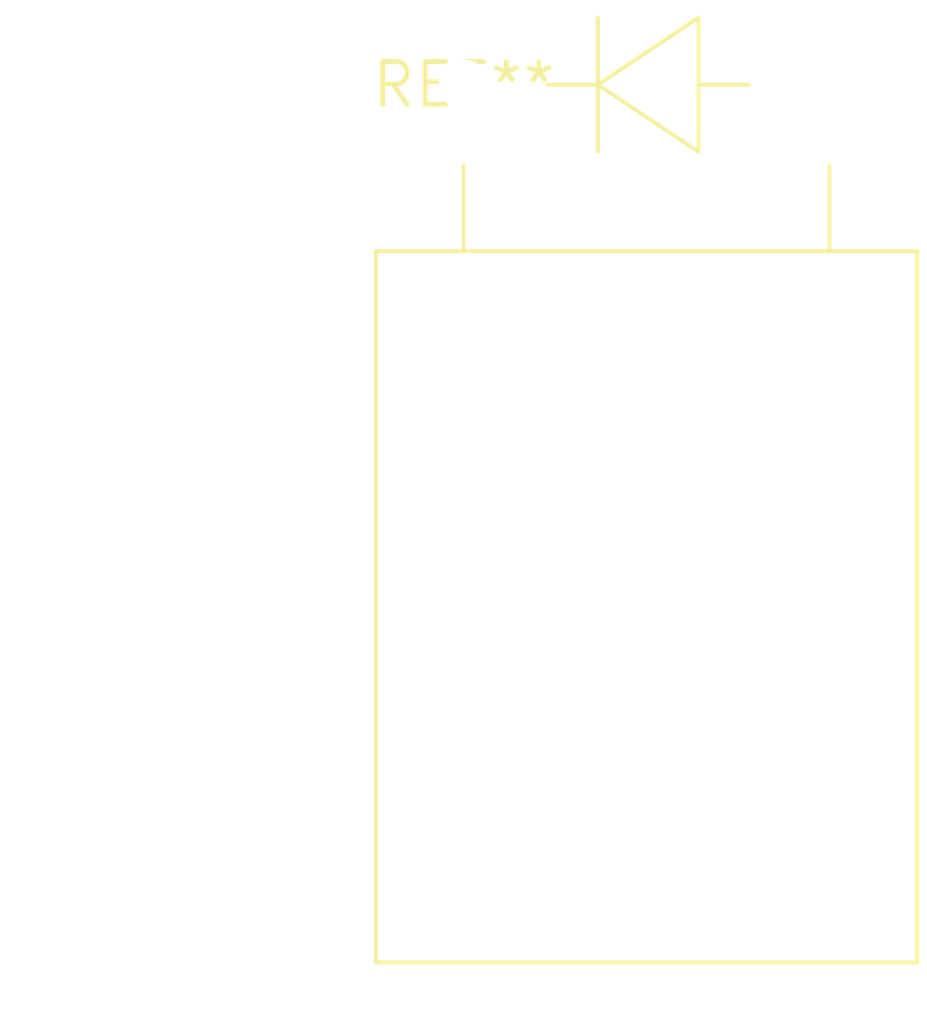
<source format=kicad_pcb>
(kicad_pcb (version 20240108) (generator pcbnew)
  (layers (0 "F.Cu" signal) (31 "B.Cu" signal) (34 "B.Paste" user) (35 "F.Paste" user) (36 "B.SilkS" user "B.Silkscreen") (37 "F.SilkS" user "F.Silkscreen") (38 "B.Mask" user) (39 "F.Mask" user) (44 "Edge.Cuts" user))
  (net 0 "")
  (footprint "D_DO-247_Horizontal_TabUp" (layer "F.Cu") (at 0 0)
    (property "Reference" "REF**")
    (property "Value" "D_DO-247_Horizontal_TabUp")
    (fp_line (start -2.62 4.96) (end -2.62 26.15) (layer "F.SilkS") (stroke (width 0.12)))
    (fp_line (start -2.62 4.96) (end 13.52 4.96) (layer "F.SilkS") (stroke (width 0.12)))
    (fp_line (start -2.62 26.15) (end 13.52 26.15) (layer "F.SilkS") (stroke (width 0.12)))
    (fp_line (start 0 2.4) (end 0 4.96) (layer "F.SilkS") (stroke (width 0.12)))
    (fp_line (start 4 -2) (end 4 2) (layer "F.SilkS") (stroke (width 0.12)))
    (fp_line (start 4 0) (end 2.5 0) (layer "F.SilkS") (stroke (width 0.12)))
    (fp_line (start 4 0) (end 7 -2) (layer "F.SilkS") (stroke (width 0.12)))
    (fp_line (start 7 -2) (end 7 2) (layer "F.SilkS") (stroke (width 0.12)))
    (fp_line (start 7 0) (end 8.5 0) (layer "F.SilkS") (stroke (width 0.12)))
    (fp_line (start 7 2) (end 4 0) (layer "F.SilkS") (stroke (width 0.12)))
    (fp_line (start 10.9 2.4) (end 10.9 4.96) (layer "F.SilkS") (stroke (width 0.12)))
    (fp_line (start 13.52 4.96) (end 13.52 26.15) (layer "F.SilkS") (stroke (width 0.12)))
    (pad "" np_thru_hole oval (at 5.45 19.86) (size 3.6 3.6) (drill 3.6) (layers *.Cu *.Mask))
    (pad "1" thru_hole rect (at 0 0) (size 2.5 4.5) (drill 1.5) (layers *.Cu *.Mask) (remove_unused_layers))
    (pad "2" thru_hole oval (at 10.9 0) (size 2.5 4.5) (drill 1.5) (layers *.Cu *.Mask) (remove_unused_layers))
  )
)
</source>
